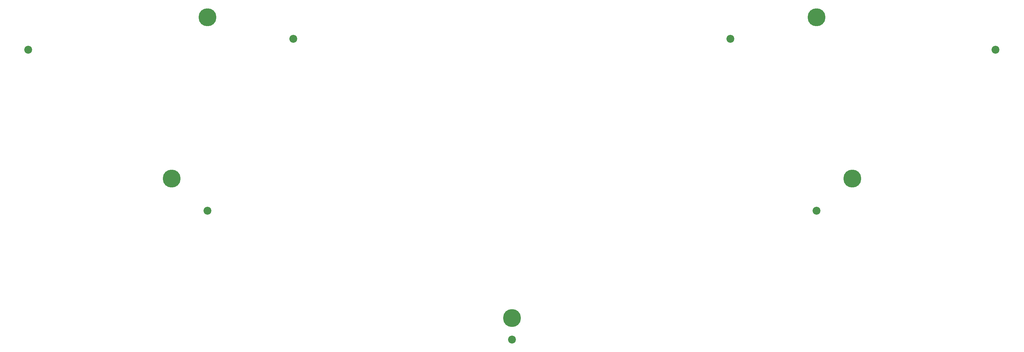
<source format=gts>
%TF.GenerationSoftware,KiCad,Pcbnew,6.0.2+dfsg-1*%
%TF.CreationDate,2022-07-25T18:36:23+02:00*%
%TF.ProjectId,dragonwings_backplate,64726167-6f6e-4776-996e-67735f626163,rev?*%
%TF.SameCoordinates,Original*%
%TF.FileFunction,Soldermask,Top*%
%TF.FilePolarity,Negative*%
%FSLAX46Y46*%
G04 Gerber Fmt 4.6, Leading zero omitted, Abs format (unit mm)*
G04 Created by KiCad (PCBNEW 6.0.2+dfsg-1) date 2022-07-25 18:36:23*
%MOMM*%
%LPD*%
G01*
G04 APERTURE LIST*
%ADD10C,5.000000*%
%ADD11C,2.200000*%
G04 APERTURE END LIST*
D10*
X245000000Y-30000000D03*
X65000000Y-75000000D03*
D11*
X25000000Y-39000000D03*
D10*
X160000000Y-114000000D03*
D11*
X221000000Y-36000000D03*
D10*
X75000000Y-30000000D03*
X255000000Y-75000000D03*
D11*
X295000000Y-39000000D03*
X245000000Y-84000000D03*
X99000000Y-36000000D03*
X75000000Y-84000000D03*
X160000000Y-120000000D03*
M02*

</source>
